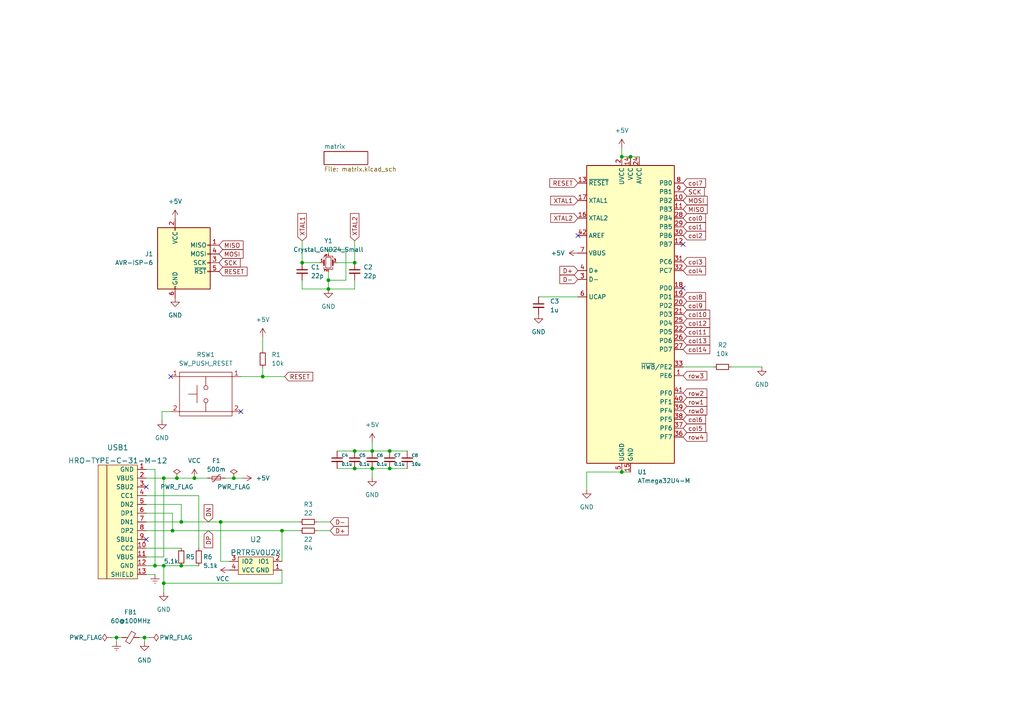
<source format=kicad_sch>
(kicad_sch (version 20211123) (generator eeschema)
  (paper "A4")
  (lib_symbols
    (symbol "Connector:AVR-ISP-6" (pin_names (offset 1.016))
      (property "Reference" "J" (at -6.35 11.43 0))
      (property "Value" "AVR-ISP-6" (at 0 11.43 0))
      (symbol "AVR-ISP-6_0_1"
        (rectangle (start -2.667 -6.858) (end -2.413 -7.62))
        (rectangle (start -2.667 10.16) (end -2.413 9.398))
        (rectangle (start 7.62 -2.413) (end 6.858 -2.667))
        (rectangle (start 7.62 0.127) (end 6.858 -0.127))
        (rectangle (start 7.62 2.667) (end 6.858 2.413))
        (rectangle (start 7.62 5.207) (end 6.858 4.953))
        (rectangle (start 7.62 10.16) (end -7.62 -7.62) (stroke (width 0.254)) (fill (type background)))
      )
      (symbol "AVR-ISP-6_1_1"
        (pin passive line (at 10.16 5.08 180) (length 2.54) (name "MISO") (number "1"))
        (pin passive line (at -2.54 12.7 270) (length 2.54) (name "VCC") (number "2"))
        (pin passive line (at 10.16 0 180) (length 2.54) (name "SCK") (number "3"))
        (pin passive line (at 10.16 2.54 180) (length 2.54) (name "MOSI") (number "4"))
        (pin passive line (at 10.16 -2.54 180) (length 2.54) (name "~{RST}") (number "5"))
        (pin passive line (at -2.54 -10.16 90) (length 2.54) (name "GND") (number "6"))
      )
    )
    (symbol "Device:C_Small" (pin_numbers hide) (pin_names (offset 0.254) hide)
      (property "Reference" "C" (at 0.254 1.778 0))
      (property "Value" "C_Small" (at 0.254 -2.032 0))
      (symbol "C_Small_0_1"
        (polyline (pts (xy -1.524 -0.508) (xy 1.524 -0.508)) (stroke (width 0.3302)))
        (polyline (pts (xy -1.524 0.508) (xy 1.524 0.508)) (stroke (width 0.3048)))
      )
      (symbol "C_Small_1_1"
        (pin passive line (at 0 2.54 270) (length 2.032) (name "~") (number "1"))
        (pin passive line (at 0 -2.54 90) (length 2.032) (name "~") (number "2"))
      )
    )
    (symbol "Device:Crystal_GND24_Small" (pin_names (offset 1.016) hide)
      (property "Reference" "Y" (at 1.27 4.445 0))
      (property "Value" "Crystal_GND24_Small" (at 1.27 2.54 0))
      (symbol "Crystal_GND24_Small_0_1"
        (rectangle (start -0.762 -1.524) (end 0.762 1.524))
        (polyline (pts (xy -1.27 -0.762) (xy -1.27 0.762)) (stroke (width 0.381)))
        (polyline (pts (xy 1.27 -0.762) (xy 1.27 0.762)) (stroke (width 0.381)))
        (polyline (pts (xy -1.27 -1.27) (xy -1.27 -1.905) (xy 1.27 -1.905) (xy 1.27 -1.27)))
        (polyline (pts (xy -1.27 1.27) (xy -1.27 1.905) (xy 1.27 1.905) (xy 1.27 1.27)))
      )
      (symbol "Crystal_GND24_Small_1_1"
        (pin passive line (at -2.54 0 0) (length 1.27) (name "1") (number "1"))
        (pin passive line (at 0 -2.54 90) (length 0.635) (name "2") (number "2"))
        (pin passive line (at 2.54 0 180) (length 1.27) (name "3") (number "3"))
        (pin passive line (at 0 2.54 270) (length 0.635) (name "4") (number "4"))
      )
    )
    (symbol "Device:FerriteBead_Small" (pin_numbers hide) (pin_names (offset 0))
      (property "Reference" "FB" (at 1.905 1.27 0))
      (property "Value" "FerriteBead_Small" (at 1.905 -1.27 0))
      (symbol "FerriteBead_Small_0_1"
        (polyline (pts (xy 0 -1.27) (xy 0 -0.7874)))
        (polyline (pts (xy 0 0.889) (xy 0 1.2954)))
        (polyline (pts (xy -1.8288 0.2794) (xy -1.1176 1.4986) (xy 1.8288 -0.2032) (xy 1.1176 -1.4224) (xy -1.8288 0.2794)))
      )
      (symbol "FerriteBead_Small_1_1"
        (pin passive line (at 0 2.54 270) (length 1.27) (name "~") (number "1"))
        (pin passive line (at 0 -2.54 90) (length 1.27) (name "~") (number "2"))
      )
    )
    (symbol "Device:Polyfuse_Small" (pin_numbers hide) (pin_names (offset 0))
      (property "Reference" "F" (at -1.905 0 90))
      (property "Value" "Polyfuse_Small" (at 1.905 0 90))
      (symbol "Polyfuse_Small_0_1"
        (rectangle (start -0.508 1.27) (end 0.508 -1.27))
        (polyline (pts (xy 0 2.54) (xy 0 -2.54)))
        (polyline (pts (xy -1.016 1.27) (xy -1.016 0.762) (xy 1.016 -0.762) (xy 1.016 -1.27)))
      )
      (symbol "Polyfuse_Small_1_1"
        (pin passive line (at 0 2.54 270) (length 0.635) (name "~") (number "1"))
        (pin passive line (at 0 -2.54 90) (length 0.635) (name "~") (number "2"))
      )
    )
    (symbol "Device:R_Small" (pin_numbers hide) (pin_names (offset 0.254) hide)
      (property "Reference" "R" (at 0.762 0.508 0))
      (property "Value" "R_Small" (at 0.762 -1.016 0))
      (symbol "R_Small_0_1"
        (rectangle (start -0.762 1.778) (end 0.762 -1.778) (stroke (width 0.2032)))
      )
      (symbol "R_Small_1_1"
        (pin passive line (at 0 2.54 270) (length 0.762) (name "~") (number "1"))
        (pin passive line (at 0 -2.54 90) (length 0.762) (name "~") (number "2"))
      )
    )
    (symbol "MCU_Microchip_ATmega:ATmega32U4-M"
      (property "Reference" "U" (at -12.7 44.45 0))
      (property "Value" "ATmega32U4-M" (at 2.54 -44.45 0))
      (symbol "ATmega32U4-M_0_1"
        (rectangle (start -12.7 -43.18) (end 12.7 43.18) (stroke (width 0.254)) (fill (type background)))
      )
      (symbol "ATmega32U4-M_1_1"
        (pin bidirectional line (at 15.24 -17.78 180) (length 2.54) (name "PE6") (number "1"))
        (pin bidirectional line (at 15.24 33.02 180) (length 2.54) (name "PB2") (number "10"))
        (pin bidirectional line (at 15.24 30.48 180) (length 2.54) (name "PB3") (number "11"))
        (pin bidirectional line (at 15.24 20.32 180) (length 2.54) (name "PB7") (number "12"))
        (pin input line (at -15.24 38.1 0) (length 2.54) (name "~{RESET}") (number "13"))
        (pin power_in line (at 0 45.72 270) (length 2.54) (name "VCC") (number "14"))
        (pin power_in line (at 0 -45.72 90) (length 2.54) (name "GND") (number "15"))
        (pin output line (at -15.24 27.94 0) (length 2.54) (name "XTAL2") (number "16"))
        (pin input line (at -15.24 33.02 0) (length 2.54) (name "XTAL1") (number "17"))
        (pin bidirectional line (at 15.24 7.62 180) (length 2.54) (name "PD0") (number "18"))
        (pin bidirectional line (at 15.24 5.08 180) (length 2.54) (name "PD1") (number "19"))
        (pin power_in line (at -2.54 45.72 270) (length 2.54) (name "UVCC") (number "2"))
        (pin bidirectional line (at 15.24 2.54 180) (length 2.54) (name "PD2") (number "20"))
        (pin bidirectional line (at 15.24 0 180) (length 2.54) (name "PD3") (number "21"))
        (pin bidirectional line (at 15.24 -5.08 180) (length 2.54) (name "PD5") (number "22"))
        (pin passive line (at 0 -45.72 90) (length 2.54) hide (name "GND") (number "23"))
        (pin power_in line (at 2.54 45.72 270) (length 2.54) (name "AVCC") (number "24"))
        (pin bidirectional line (at 15.24 -2.54 180) (length 2.54) (name "PD4") (number "25"))
        (pin bidirectional line (at 15.24 -7.62 180) (length 2.54) (name "PD6") (number "26"))
        (pin bidirectional line (at 15.24 -10.16 180) (length 2.54) (name "PD7") (number "27"))
        (pin bidirectional line (at 15.24 27.94 180) (length 2.54) (name "PB4") (number "28"))
        (pin bidirectional line (at 15.24 25.4 180) (length 2.54) (name "PB5") (number "29"))
        (pin bidirectional line (at -15.24 10.16 0) (length 2.54) (name "D-") (number "3"))
        (pin bidirectional line (at 15.24 22.86 180) (length 2.54) (name "PB6") (number "30"))
        (pin bidirectional line (at 15.24 15.24 180) (length 2.54) (name "PC6") (number "31"))
        (pin bidirectional line (at 15.24 12.7 180) (length 2.54) (name "PC7") (number "32"))
        (pin bidirectional line (at 15.24 -15.24 180) (length 2.54) (name "~{HWB}/PE2") (number "33"))
        (pin passive line (at 0 45.72 270) (length 2.54) hide (name "VCC") (number "34"))
        (pin passive line (at 0 -45.72 90) (length 2.54) hide (name "GND") (number "35"))
        (pin bidirectional line (at 15.24 -35.56 180) (length 2.54) (name "PF7") (number "36"))
        (pin bidirectional line (at 15.24 -33.02 180) (length 2.54) (name "PF6") (number "37"))
        (pin bidirectional line (at 15.24 -30.48 180) (length 2.54) (name "PF5") (number "38"))
        (pin bidirectional line (at 15.24 -27.94 180) (length 2.54) (name "PF4") (number "39"))
        (pin bidirectional line (at -15.24 12.7 0) (length 2.54) (name "D+") (number "4"))
        (pin bidirectional line (at 15.24 -25.4 180) (length 2.54) (name "PF1") (number "40"))
        (pin bidirectional line (at 15.24 -22.86 180) (length 2.54) (name "PF0") (number "41"))
        (pin passive line (at -15.24 22.86 0) (length 2.54) (name "AREF") (number "42"))
        (pin passive line (at 0 -45.72 90) (length 2.54) hide (name "GND") (number "43"))
        (pin passive line (at 2.54 45.72 270) (length 2.54) hide (name "AVCC") (number "44"))
        (pin passive line (at 0 -45.72 90) (length 2.54) hide (name "GND") (number "45"))
        (pin passive line (at -2.54 -45.72 90) (length 2.54) (name "UGND") (number "5"))
        (pin passive line (at -15.24 5.08 0) (length 2.54) (name "UCAP") (number "6"))
        (pin input line (at -15.24 17.78 0) (length 2.54) (name "VBUS") (number "7"))
        (pin bidirectional line (at 15.24 38.1 180) (length 2.54) (name "PB0") (number "8"))
        (pin bidirectional line (at 15.24 35.56 180) (length 2.54) (name "PB1") (number "9"))
      )
    )
    (symbol "SW_SK:SW_SKQG" (pin_names (offset 0.5))
      (property "Reference" "SW" (at 0 8.89 0))
      (property "Value" "SW_SKQG" (at 0 -8.89 0))
      (symbol "SW_SKQG_0_1"
        (polyline (pts (xy -2.54 -2.54) (xy -2.54 2.54)))
        (polyline (pts (xy -2.54 0) (xy -5.08 0)))
        (polyline (pts (xy 0 -5.08) (xy 0 -2.54)))
        (polyline (pts (xy 0 5.08) (xy 0 2.54)))
        (polyline (pts (xy 7.62 -5.08) (xy -7.62 -5.08)))
        (polyline (pts (xy 7.62 5.08) (xy -7.62 5.08)))
        (polyline (pts (xy 7.62 0) (xy 7.62 -6.35) (xy -7.62 -6.35) (xy -7.62 6.35) (xy 7.62 6.35) (xy 7.62 0)))
        (circle (center 0.0277 -1.9018) (radius 0.5834))
        (circle (center 0.0277 1.8658) (radius 0.5834))
      )
      (symbol "SW_SKQG_1_1"
        (pin passive line (at -10.16 5.08 0) (length 2.54) (name "") (number "1"))
        (pin passive line (at 10.16 5.08 180) (length 2.54) (name "") (number "1"))
        (pin passive line (at -10.16 -5.08 0) (length 2.54) (name "") (number "2"))
        (pin passive line (at 10.16 -5.08 180) (length 2.54) (name "") (number "2"))
      )
    )
    (symbol "Type-C:HRO-TYPE-C-31-M-12" (pin_names (offset 1.016))
      (property "Reference" "USB" (at -5.08 16.51 0))
      (property "Value" "HRO-TYPE-C-31-M-12" (at -10.16 -1.27 90))
      (symbol "HRO-TYPE-C-31-M-12_0_1"
        (rectangle (start -11.43 15.24) (end -8.89 -17.78) (fill (type background)))
        (rectangle (start 0 -17.78) (end -8.89 15.24) (fill (type background)))
      )
      (symbol "HRO-TYPE-C-31-M-12_1_1"
        (pin input line (at 2.54 13.97 180) (length 2.54) (name "GND") (number "1"))
        (pin input line (at 2.54 -8.89 180) (length 2.54) (name "CC2") (number "10"))
        (pin input line (at 2.54 -11.43 180) (length 2.54) (name "VBUS") (number "11"))
        (pin input line (at 2.54 -13.97 180) (length 2.54) (name "GND") (number "12"))
        (pin input line (at 2.54 -16.51 180) (length 2.54) (name "SHIELD") (number "13"))
        (pin input line (at 2.54 11.43 180) (length 2.54) (name "VBUS") (number "2"))
        (pin input line (at 2.54 8.89 180) (length 2.54) (name "SBU2") (number "3"))
        (pin input line (at 2.54 6.35 180) (length 2.54) (name "CC1") (number "4"))
        (pin input line (at 2.54 3.81 180) (length 2.54) (name "DN2") (number "5"))
        (pin input line (at 2.54 1.27 180) (length 2.54) (name "DP1") (number "6"))
        (pin input line (at 2.54 -1.27 180) (length 2.54) (name "DN1") (number "7"))
        (pin input line (at 2.54 -3.81 180) (length 2.54) (name "DP2") (number "8"))
        (pin input line (at 2.54 -6.35 180) (length 2.54) (name "SBU1") (number "9"))
      )
    )
    (symbol "power:+5V" (power) (pin_names (offset 0))
      (property "Value" "+5V" (at 0 3.556 0))
      (symbol "+5V_0_1"
        (polyline (pts (xy -0.762 1.27) (xy 0 2.54)))
        (polyline (pts (xy 0 0) (xy 0 2.54)))
        (polyline (pts (xy 0 2.54) (xy 0.762 1.27)))
      )
      (symbol "+5V_1_1"
        (pin power_in line (at 0 0 90) (length 0) hide (name "+5V") (number "1"))
      )
    )
    (symbol "power:Earth" (power) (pin_names (offset 0))
      (symbol "Earth_0_1"
        (polyline (pts (xy -0.635 -1.905) (xy 0.635 -1.905)))
        (polyline (pts (xy -0.127 -2.54) (xy 0.127 -2.54)))
        (polyline (pts (xy 0 -1.27) (xy 0 0)))
        (polyline (pts (xy 1.27 -1.27) (xy -1.27 -1.27)))
      )
      (symbol "Earth_1_1"
        (pin power_in line (at 0 0 270) (length 0) hide (name "Earth") (number "1"))
      )
    )
    (symbol "power:GND" (power) (pin_names (offset 0))
      (property "Value" "GND" (at 0 -3.81 0))
      (symbol "GND_0_1"
        (polyline (pts (xy 0 0) (xy 0 -1.27) (xy 1.27 -1.27) (xy 0 -2.54) (xy -1.27 -1.27) (xy 0 -1.27)))
      )
      (symbol "GND_1_1"
        (pin power_in line (at 0 0 270) (length 0) hide (name "GND") (number "1"))
      )
    )
    (symbol "power:PWR_FLAG" (power) (pin_numbers hide) (pin_names (offset 0) hide)
      (property "Value" "PWR_FLAG" (at 0 3.81 0))
      (symbol "PWR_FLAG_0_0"
        (pin power_out line (at 0 0 90) (length 0) (name "pwr") (number "1"))
      )
      (symbol "PWR_FLAG_0_1"
        (polyline (pts (xy 0 0) (xy 0 1.27) (xy -1.016 1.905) (xy 0 2.54) (xy 1.016 1.905) (xy 0 1.27)))
      )
    )
    (symbol "power:VCC" (power) (pin_names (offset 0))
      (property "Value" "VCC" (at 0 3.81 0))
      (symbol "VCC_0_1"
        (polyline (pts (xy -0.762 1.27) (xy 0 2.54)))
        (polyline (pts (xy 0 0) (xy 0 2.54)))
        (polyline (pts (xy 0 2.54) (xy 0.762 1.27)))
      )
      (symbol "VCC_1_1"
        (pin power_in line (at 0 0 90) (length 0) hide (name "VCC") (number "1"))
      )
    )
    (symbol "random-keyboard-parts:PRTR5V0U2X" (pin_names (offset 1.016))
      (property "Reference" "U" (at 0 3.81 0))
      (property "Value" "PRTR5V0U2X" (at 0 -3.81 0))
      (symbol "PRTR5V0U2X_0_1"
        (rectangle (start -5.08 2.54) (end 5.08 -2.54) (fill (type background)))
      )
      (symbol "PRTR5V0U2X_1_1"
        (pin input line (at -7.62 1.27 0) (length 2.54) (name "GND") (number "1"))
        (pin input line (at -7.62 -1.27 0) (length 2.54) (name "IO1") (number "2"))
        (pin input line (at 7.62 -1.27 180) (length 2.54) (name "IO2") (number "3"))
        (pin input line (at 7.62 1.27 180) (length 2.54) (name "VCC") (number "4"))
      )
    )
  )
  (junction (at 102.87 135.89))
  (junction (at 47.498 164.084))
  (junction (at 44.958 164.084))
  (junction (at 113.03 135.89))
  (junction (at 87.63 76.2))
  (junction (at 107.95 130.81))
  (junction (at 50.038 153.924))
  (junction (at 182.88 45.466))
  (junction (at 95.25 81.28))
  (junction (at 95.25 83.82))
  (junction (at 52.578 151.384))
  (junction (at 76.2 109.22))
  (junction (at 47.498 138.684))
  (junction (at 113.03 130.81))
  (junction (at 102.87 130.81))
  (junction (at 47.498 169.164))
  (junction (at 33.782 184.912))
  (junction (at 180.34 45.466))
  (junction (at 41.91 184.912))
  (junction (at 52.578 164.084))
  (junction (at 107.95 135.89))
  (junction (at 64.008 151.384))
  (junction (at 51.308 138.684))
  (junction (at 81.788 153.924))
  (junction (at 56.388 138.684))
  (junction (at 67.818 138.684))
  (junction (at 102.87 76.2))
  (junction (at 180.34 136.906))
  (no_connect (at 42.418 141.224))
  (no_connect (at 49.53 109.22))
  (no_connect (at 198.12 83.566))
  (no_connect (at 198.12 70.866))
  (no_connect (at 42.418 156.464))
  (no_connect (at 69.85 119.38))
  (no_connect (at 167.64 68.326))
  (wire (pts (xy 81.788 153.924) (xy 86.868 153.924)))
  (wire (pts (xy 212.09 106.426) (xy 220.98 106.426)))
  (wire (pts (xy 47.498 164.084) (xy 52.578 164.084)))
  (wire (pts (xy 91.948 151.384) (xy 95.758 151.384)))
  (wire (pts (xy 170.18 136.906) (xy 170.18 141.986)))
  (wire (pts (xy 113.03 130.81) (xy 118.11 130.81)))
  (wire (pts (xy 170.18 136.906) (xy 180.34 136.906)))
  (wire (pts (xy 81.788 153.924) (xy 81.788 162.814)))
  (wire (pts (xy 44.958 164.084) (xy 47.498 164.084)))
  (wire (pts (xy 50.038 148.844) (xy 50.038 153.924)))
  (wire (pts (xy 65.278 138.684) (xy 67.818 138.684)))
  (wire (pts (xy 42.418 138.684) (xy 47.498 138.684)))
  (wire (pts (xy 47.498 169.164) (xy 47.498 171.704)))
  (wire (pts (xy 42.418 161.544) (xy 47.498 161.544)))
  (wire (pts (xy 81.788 169.164) (xy 47.498 169.164)))
  (wire (pts (xy 52.578 164.084) (xy 57.658 164.084)))
  (wire (pts (xy 41.91 184.912) (xy 43.434 184.912)))
  (wire (pts (xy 47.498 138.684) (xy 51.308 138.684)))
  (wire (pts (xy 102.87 83.82) (xy 95.25 83.82)))
  (wire (pts (xy 33.782 184.912) (xy 33.782 186.182)))
  (wire (pts (xy 42.418 136.144) (xy 44.958 136.144)))
  (wire (pts (xy 102.87 130.81) (xy 107.95 130.81)))
  (wire (pts (xy 107.95 135.89) (xy 107.95 138.43)))
  (wire (pts (xy 107.95 130.81) (xy 113.03 130.81)))
  (wire (pts (xy 102.87 135.89) (xy 107.95 135.89)))
  (wire (pts (xy 180.34 45.466) (xy 180.34 42.926)))
  (wire (pts (xy 47.498 161.544) (xy 47.498 138.684)))
  (wire (pts (xy 95.25 78.74) (xy 95.25 81.28)))
  (wire (pts (xy 44.958 136.144) (xy 44.958 164.084)))
  (wire (pts (xy 52.578 151.384) (xy 64.008 151.384)))
  (wire (pts (xy 87.63 83.82) (xy 95.25 83.82)))
  (wire (pts (xy 102.87 69.85) (xy 102.87 76.2)))
  (wire (pts (xy 97.79 130.81) (xy 102.87 130.81)))
  (wire (pts (xy 44.958 166.624) (xy 42.418 166.624)))
  (wire (pts (xy 76.2 97.79) (xy 76.2 101.6)))
  (wire (pts (xy 64.008 151.384) (xy 86.868 151.384)))
  (wire (pts (xy 87.63 69.85) (xy 87.63 76.2)))
  (wire (pts (xy 57.658 159.004) (xy 57.658 143.764)))
  (wire (pts (xy 100.33 72.39) (xy 100.33 81.28)))
  (wire (pts (xy 69.85 109.22) (xy 76.2 109.22)))
  (wire (pts (xy 47.498 164.084) (xy 47.498 169.164)))
  (wire (pts (xy 107.95 135.89) (xy 113.03 135.89)))
  (wire (pts (xy 91.948 153.924) (xy 95.758 153.924)))
  (wire (pts (xy 33.782 184.912) (xy 35.306 184.912)))
  (wire (pts (xy 50.038 153.924) (xy 81.788 153.924)))
  (wire (pts (xy 42.418 148.844) (xy 50.038 148.844)))
  (wire (pts (xy 46.99 119.38) (xy 46.99 121.92)))
  (wire (pts (xy 87.63 81.28) (xy 87.63 83.82)))
  (wire (pts (xy 57.658 143.764) (xy 42.418 143.764)))
  (wire (pts (xy 42.418 159.004) (xy 52.578 159.004)))
  (wire (pts (xy 76.2 106.68) (xy 76.2 109.22)))
  (wire (pts (xy 51.308 138.684) (xy 56.388 138.684)))
  (wire (pts (xy 56.388 138.684) (xy 60.198 138.684)))
  (wire (pts (xy 100.33 81.28) (xy 95.25 81.28)))
  (wire (pts (xy 42.418 146.304) (xy 52.578 146.304)))
  (wire (pts (xy 113.03 135.89) (xy 118.11 135.89)))
  (wire (pts (xy 76.2 109.22) (xy 82.55 109.22)))
  (wire (pts (xy 180.34 136.906) (xy 182.88 136.906)))
  (wire (pts (xy 95.25 73.66) (xy 95.25 72.39)))
  (wire (pts (xy 180.34 45.466) (xy 182.88 45.466)))
  (wire (pts (xy 167.64 86.106) (xy 156.21 86.106)))
  (wire (pts (xy 64.008 162.814) (xy 64.008 151.384)))
  (wire (pts (xy 95.25 72.39) (xy 100.33 72.39)))
  (wire (pts (xy 102.87 76.2) (xy 97.79 76.2)))
  (wire (pts (xy 95.25 81.28) (xy 95.25 83.82)))
  (wire (pts (xy 42.418 164.084) (xy 44.958 164.084)))
  (wire (pts (xy 107.95 128.27) (xy 107.95 130.81)))
  (wire (pts (xy 52.578 146.304) (xy 52.578 151.384)))
  (wire (pts (xy 49.53 119.38) (xy 46.99 119.38)))
  (wire (pts (xy 32.258 184.912) (xy 33.782 184.912)))
  (wire (pts (xy 81.788 165.354) (xy 81.788 169.164)))
  (wire (pts (xy 198.12 106.426) (xy 207.01 106.426)))
  (wire (pts (xy 182.88 45.466) (xy 185.42 45.466)))
  (wire (pts (xy 40.386 184.912) (xy 41.91 184.912)))
  (wire (pts (xy 97.79 135.89) (xy 102.87 135.89)))
  (wire (pts (xy 66.548 162.814) (xy 64.008 162.814)))
  (wire (pts (xy 41.91 184.912) (xy 41.91 186.182)))
  (wire (pts (xy 42.418 151.384) (xy 52.578 151.384)))
  (wire (pts (xy 102.87 81.28) (xy 102.87 83.82)))
  (wire (pts (xy 87.63 76.2) (xy 92.71 76.2)))
  (wire (pts (xy 42.418 153.924) (xy 50.038 153.924)))
  (wire (pts (xy 67.818 138.684) (xy 70.358 138.684)))
  (global_label "col8" (shape input) (at 198.12 86.106 0) (property "Intersheet References" "${INTERSHEET_REFS}" (effects hide)))
  (global_label "row0" (shape input) (at 198.12 119.126 0) (property "Intersheet References" "${INTERSHEET_REFS}" (effects hide)))
  (global_label "DN" (shape input) (at 60.452 151.384 90) (property "Intersheet References" "${INTERSHEET_REFS}" (effects hide)))
  (global_label "XTAL2" (shape input) (at 167.64 63.246 180) (property "Intersheet References" "${INTERSHEET_REFS}" (effects hide)))
  (global_label "RESET" (shape input) (at 63.5 78.74 0) (property "Intersheet References" "${INTERSHEET_REFS}" (effects hide)))
  (global_label "col14" (shape input) (at 198.12 101.346 0) (property "Intersheet References" "${INTERSHEET_REFS}" (effects hide)))
  (global_label "col3" (shape input) (at 198.12 75.946 0) (property "Intersheet References" "${INTERSHEET_REFS}" (effects hide)))
  (global_label "row1" (shape input) (at 198.12 116.586 0) (property "Intersheet References" "${INTERSHEET_REFS}" (effects hide)))
  (global_label "row2" (shape input) (at 198.12 114.046 0) (property "Intersheet References" "${INTERSHEET_REFS}" (effects hide)))
  (global_label "XTAL2" (shape input) (at 102.87 69.85 90) (property "Intersheet References" "${INTERSHEET_REFS}" (effects hide)))
  (global_label "MISO" (shape input) (at 63.5 71.12 0) (property "Intersheet References" "${INTERSHEET_REFS}" (effects hide)))
  (global_label "MISO" (shape input) (at 198.12 60.706 0) (property "Intersheet References" "${INTERSHEET_REFS}" (effects hide)))
  (global_label "RESET" (shape input) (at 82.55 109.22 0) (property "Intersheet References" "${INTERSHEET_REFS}" (effects hide)))
  (global_label "col10" (shape input) (at 198.12 91.186 0) (property "Intersheet References" "${INTERSHEET_REFS}" (effects hide)))
  (global_label "SCK" (shape input) (at 63.5 76.2 0) (property "Intersheet References" "${INTERSHEET_REFS}" (effects hide)))
  (global_label "col6" (shape input) (at 198.12 121.666 0) (property "Intersheet References" "${INTERSHEET_REFS}" (effects hide)))
  (global_label "col4" (shape input) (at 198.12 78.486 0) (property "Intersheet References" "${INTERSHEET_REFS}" (effects hide)))
  (global_label "RESET" (shape input) (at 167.64 53.086 180) (property "Intersheet References" "${INTERSHEET_REFS}" (effects hide)))
  (global_label "MOSI" (shape input) (at 198.12 58.166 0) (property "Intersheet References" "${INTERSHEET_REFS}" (effects hide)))
  (global_label "col2" (shape input) (at 198.12 68.326 0) (property "Intersheet References" "${INTERSHEET_REFS}" (effects hide)))
  (global_label "D-" (shape input) (at 95.758 151.384 0) (property "Intersheet References" "${INTERSHEET_REFS}" (effects hide)))
  (global_label "MOSI" (shape input) (at 63.5 73.66 0) (property "Intersheet References" "${INTERSHEET_REFS}" (effects hide)))
  (global_label "SCK" (shape input) (at 198.12 55.626 0) (property "Intersheet References" "${INTERSHEET_REFS}" (effects hide)))
  (global_label "col13" (shape input) (at 198.12 98.806 0) (property "Intersheet References" "${INTERSHEET_REFS}" (effects hide)))
  (global_label "row3" (shape input) (at 198.12 108.966 0) (property "Intersheet References" "${INTERSHEET_REFS}" (effects hide)))
  (global_label "col7" (shape input) (at 198.12 53.086 0) (property "Intersheet References" "${INTERSHEET_REFS}" (effects hide)))
  (global_label "row4" (shape input) (at 198.12 126.746 0) (property "Intersheet References" "${INTERSHEET_REFS}" (effects hide)))
  (global_label "col12" (shape input) (at 198.12 93.726 0) (property "Intersheet References" "${INTERSHEET_REFS}" (effects hide)))
  (global_label "D-" (shape input) (at 167.64 81.026 180) (property "Intersheet References" "${INTERSHEET_REFS}" (effects hide)))
  (global_label "col0" (shape input) (at 198.12 63.246 0) (property "Intersheet References" "${INTERSHEET_REFS}" (effects hide)))
  (global_label "col9" (shape input) (at 198.12 88.646 0) (property "Intersheet References" "${INTERSHEET_REFS}" (effects hide)))
  (global_label "DP" (shape input) (at 60.452 153.924 270) (property "Intersheet References" "${INTERSHEET_REFS}" (effects hide)))
  (global_label "XTAL1" (shape input) (at 87.63 69.85 90) (property "Intersheet References" "${INTERSHEET_REFS}" (effects hide)))
  (global_label "D+" (shape input) (at 95.758 153.924 0) (property "Intersheet References" "${INTERSHEET_REFS}" (effects hide)))
  (global_label "col11" (shape input) (at 198.12 96.266 0) (property "Intersheet References" "${INTERSHEET_REFS}" (effects hide)))
  (global_label "col5" (shape input) (at 198.12 124.206 0) (property "Intersheet References" "${INTERSHEET_REFS}" (effects hide)))
  (global_label "col1" (shape input) (at 198.12 65.786 0) (property "Intersheet References" "${INTERSHEET_REFS}" (effects hide)))
  (global_label "XTAL1" (shape input) (at 167.64 58.166 180) (property "Intersheet References" "${INTERSHEET_REFS}" (effects hide)))
  (global_label "D+" (shape input) (at 167.64 78.486 180) (property "Intersheet References" "${INTERSHEET_REFS}" (effects hide)))
  (symbol (lib_id "random-keyboard-parts:PRTR5V0U2X") (at 74.168 164.084 180) (unit 1)
    (property "Reference" "U2" (at 74.168 156.464 0) (effects (font (size 1.524 1.524))))
    (property "Value" "PRTR5V0U2X" (at 74.168 160.274 0) (effects (font (size 1.524 1.524))))
    (property "Footprint" "random-keyboard-parts:SOT143B" (effects hide))
  )
  (symbol (lib_id "SW_SK:SW_SKQG") (at 59.69 114.3 0) (unit 1)
    (property "Reference" "RSW1" (at 59.69 102.87 0))
    (property "Value" "SW_PUSH_RESET" (at 59.69 105.41 0))
    (property "Footprint" "Button_Switch_SMD:SW_SPST_SKQG_WithStem" (effects hide))
  )
  (symbol (lib_id "power:GND") (at 95.25 83.82 0) (unit 1)
    (property "Reference" "#PWR03" (effects hide))
    (property "Value" "GND" (at 95.25 88.9 0))
  )
  (symbol (lib_id "power:VCC") (at 66.548 165.354 90) (unit 1)
    (property "Reference" "#PWR015" (effects hide))
    (property "Value" "VCC" (at 66.548 167.894 90) (effects (justify left)))
  )
  (symbol (lib_id "power:GND") (at 41.91 186.182 0) (unit 1)
    (property "Reference" "#PWR0101" (effects hide))
    (property "Value" "GND" (at 41.91 191.516 0))
  )
  (symbol (lib_id "power:PWR_FLAG") (at 32.258 184.912 90) (unit 1)
    (property "Reference" "#FLG0102" (effects hide))
    (property "Value" "PWR_FLAG" (at 24.892 184.912 90))
  )
  (symbol (lib_id "MCU_Microchip_ATmega:ATmega32U4-M") (at 182.88 91.186 0) (unit 1)
    (property "Reference" "U1" (at 184.8994 136.906 0) (effects (justify left)))
    (property "Value" "ATmega32U4-M" (at 184.8994 139.446 0) (effects (justify left)))
    (property "Footprint" "Package_DFN_QFN:QFN-44-1EP_7x7mm_P0.5mm_EP5.2x5.2mm" (effects hide))
    (property "Datasheet" "http://ww1.microchip.com/downloads/en/DeviceDoc/Atmel-7766-8-bit-AVR-ATmega16U4-32U4_Datasheet.pdf" (effects hide))
  )
  (symbol (lib_id "Device:C_Small") (at 97.79 133.35 0) (unit 1)
    (property "Reference" "C4" (at 99.06 132.08 0) (effects (font (size 0.9 0.9)) (justify left)))
    (property "Value" "0.1u" (at 99.06 134.62 0) (effects (font (size 0.9 0.9)) (justify left)))
    (property "Footprint" "Capacitor_SMD:C_0805_2012Metric_Pad1.18x1.45mm_HandSolder" (effects hide))
  )
  (symbol (lib_id "Device:R_Small") (at 89.408 153.924 90) (unit 1)
    (property "Reference" "R4" (at 89.408 159.004 90))
    (property "Value" "22" (at 89.408 156.464 90))
    (property "Footprint" "Resistor_SMD:R_0805_2012Metric_Pad1.20x1.40mm_HandSolder" (effects hide))
  )
  (symbol (lib_id "Connector:AVR-ISP-6") (at 53.34 76.2 0) (unit 1)
    (property "Reference" "J1" (at 44.45 73.6599 0) (effects (justify right)))
    (property "Value" "AVR-ISP-6" (at 44.45 76.1999 0) (effects (justify right)))
    (property "Footprint" "random-keyboard-parts:Reset_Pretty-Mask" (effects hide))
    (property "Datasheet" " ~" (effects hide))
  )
  (symbol (lib_id "Device:R_Small") (at 76.2 104.14 0) (unit 1)
    (property "Reference" "R1" (at 78.74 102.8699 0) (effects (justify left)))
    (property "Value" "10k" (at 78.74 105.4099 0) (effects (justify left)))
    (property "Footprint" "Resistor_SMD:R_0805_2012Metric_Pad1.20x1.40mm_HandSolder" (effects hide))
  )
  (symbol (lib_id "Type-C:HRO-TYPE-C-31-M-12") (at 39.878 150.114 0) (unit 1)
    (property "Reference" "USB1" (at 34.163 129.794 0) (effects (font (size 1.524 1.524))))
    (property "Value" "HRO-TYPE-C-31-M-12" (at 34.163 133.604 0) (effects (font (size 1.524 1.524))))
    (property "Footprint" "Type-C:HRO-TYPE-C-31-M-12-HandSoldering" (effects hide))
  )
  (symbol (lib_id "power:GND") (at 50.8 86.36 0) (unit 1)
    (property "Reference" "#PWR04" (effects hide))
    (property "Value" "GND" (at 50.8 91.44 0))
  )
  (symbol (lib_id "power:+5V") (at 180.34 42.926 0) (unit 1)
    (property "Reference" "#PWR0104" (effects hide))
    (property "Value" "+5V" (at 180.34 37.846 0))
  )
  (symbol (lib_id "Device:C_Small") (at 156.21 88.646 0) (unit 1)
    (property "Reference" "C3" (at 159.512 87.3822 0) (effects (justify left)))
    (property "Value" "1u" (at 159.512 89.9222 0) (effects (justify left)))
    (property "Footprint" "Capacitor_SMD:C_0805_2012Metric_Pad1.18x1.45mm_HandSolder" (effects hide))
  )
  (symbol (lib_id "Device:C_Small") (at 102.87 133.35 0) (unit 1)
    (property "Reference" "C5" (at 104.14 132.08 0) (effects (font (size 0.9 0.9)) (justify left)))
    (property "Value" "0.1u" (at 104.14 134.62 0) (effects (font (size 0.9 0.9)) (justify left)))
    (property "Footprint" "Capacitor_SMD:C_0805_2012Metric_Pad1.18x1.45mm_HandSolder" (effects hide))
  )
  (symbol (lib_id "power:GND") (at 47.498 171.704 0) (unit 1)
    (property "Reference" "#PWR016" (effects hide))
    (property "Value" "GND" (at 47.498 176.784 0))
  )
  (symbol (lib_id "Device:FerriteBead_Small") (at 37.846 184.912 270) (unit 1)
    (property "Reference" "FB1" (at 37.8841 177.546 90))
    (property "Value" "60@100MHz" (at 37.8841 180.086 90))
    (property "Footprint" "Inductor_SMD:L_0805_2012Metric_Pad1.15x1.40mm_HandSolder" (effects hide))
  )
  (symbol (lib_id "power:GND") (at 156.21 91.186 0) (unit 1)
    (property "Reference" "#PWR0108" (effects hide))
    (property "Value" "GND" (at 156.21 96.266 0))
  )
  (symbol (lib_id "power:PWR_FLAG") (at 43.434 184.912 270) (unit 1)
    (property "Reference" "#FLG0101" (effects hide))
    (property "Value" "PWR_FLAG" (at 46.228 184.912 90) (effects (justify left)))
  )
  (symbol (lib_id "Device:R_Small") (at 57.658 161.544 0) (unit 1)
    (property "Reference" "R6" (at 58.928 161.544 0) (effects (justify left)))
    (property "Value" "5.1k" (at 58.928 164.084 0) (effects (justify left)))
    (property "Footprint" "Resistor_SMD:R_0805_2012Metric_Pad1.20x1.40mm_HandSolder" (effects hide))
  )
  (symbol (lib_id "power:+5V") (at 76.2 97.79 0) (unit 1)
    (property "Reference" "#PWR06" (effects hide))
    (property "Value" "+5V" (at 76.2 92.71 0))
  )
  (symbol (lib_id "Device:C_Small") (at 118.11 133.35 0) (unit 1)
    (property "Reference" "C8" (at 119.38 132.08 0) (effects (font (size 0.9 0.9)) (justify left)))
    (property "Value" "10u" (at 119.38 134.62 0) (effects (font (size 0.9 0.9)) (justify left)))
    (property "Footprint" "Capacitor_SMD:C_0805_2012Metric_Pad1.18x1.45mm_HandSolder" (effects hide))
  )
  (symbol (lib_id "power:GND") (at 220.98 106.426 0) (unit 1)
    (property "Reference" "#PWR0105" (effects hide))
    (property "Value" "GND" (at 220.98 111.506 0))
  )
  (symbol (lib_id "power:+5V") (at 107.95 128.27 0) (unit 1)
    (property "Reference" "#PWR010" (effects hide))
    (property "Value" "+5V" (at 107.95 123.19 0))
  )
  (symbol (lib_id "Device:C_Small") (at 107.95 133.35 0) (unit 1)
    (property "Reference" "C6" (at 109.22 132.08 0) (effects (font (size 0.9 0.9)) (justify left)))
    (property "Value" "0.1u" (at 109.22 134.62 0) (effects (font (size 0.9 0.9)) (justify left)))
    (property "Footprint" "Capacitor_SMD:C_0805_2012Metric_Pad1.18x1.45mm_HandSolder" (effects hide))
  )
  (symbol (lib_id "power:GND") (at 107.95 138.43 0) (unit 1)
    (property "Reference" "#PWR011" (effects hide))
    (property "Value" "GND" (at 107.95 143.51 0))
  )
  (symbol (lib_id "Device:C_Small") (at 113.03 133.35 0) (unit 1)
    (property "Reference" "C7" (at 114.3 132.08 0) (effects (font (size 0.9 0.9)) (justify left)))
    (property "Value" "0.1u" (at 114.3 134.62 0) (effects (font (size 0.9 0.9)) (justify left)))
    (property "Footprint" "Capacitor_SMD:C_0805_2012Metric_Pad1.18x1.45mm_HandSolder" (effects hide))
  )
  (symbol (lib_id "power:PWR_FLAG") (at 67.818 138.684 0) (unit 1)
    (property "Reference" "#FLG02" (effects hide))
    (property "Value" "PWR_FLAG" (at 67.818 141.224 0))
  )
  (symbol (lib_id "power:+5V") (at 70.358 138.684 270) (unit 1)
    (property "Reference" "#PWR013" (effects hide))
    (property "Value" "+5V" (at 74.168 138.6839 90) (effects (justify left)))
  )
  (symbol (lib_id "Device:Polyfuse_Small") (at 62.738 138.684 90) (unit 1)
    (property "Reference" "F1" (at 62.738 133.604 90))
    (property "Value" "500m" (at 62.738 136.144 90))
    (property "Footprint" "Fuse:Fuse_1206_3216Metric_Pad1.42x1.75mm_HandSolder" (effects hide))
  )
  (symbol (lib_id "power:Earth") (at 44.958 166.624 0) (unit 1)
    (property "Reference" "#PWR0103" (effects hide))
    (property "Value" "Earth" (effects hide))
  )
  (symbol (lib_id "power:+5V") (at 50.8 63.5 0) (unit 1)
    (property "Reference" "#PWR02" (effects hide))
    (property "Value" "+5V" (at 50.8 58.42 0))
  )
  (symbol (lib_id "Device:R_Small") (at 209.55 106.426 90) (unit 1)
    (property "Reference" "R2" (at 209.55 100.076 90))
    (property "Value" "10k" (at 209.55 102.616 90))
    (property "Footprint" "Resistor_SMD:R_0805_2012Metric_Pad1.20x1.40mm_HandSolder" (effects hide))
  )
  (symbol (lib_id "Device:C_Small") (at 102.87 78.74 0) (unit 1)
    (property "Reference" "C2" (at 105.41 77.4762 0) (effects (justify left)))
    (property "Value" "22p" (at 105.41 80.0162 0) (effects (justify left)))
    (property "Footprint" "Capacitor_SMD:C_0805_2012Metric_Pad1.18x1.45mm_HandSolder" (effects hide))
  )
  (symbol (lib_id "power:GND") (at 170.18 141.986 0) (unit 1)
    (property "Reference" "#PWR0107" (effects hide))
    (property "Value" "GND" (at 170.18 147.066 0))
  )
  (symbol (lib_id "power:VCC") (at 56.388 138.684 0) (unit 1)
    (property "Reference" "#PWR012" (effects hide))
    (property "Value" "VCC" (at 56.388 133.604 0))
  )
  (symbol (lib_id "Device:R_Small") (at 52.578 161.544 0) (unit 1)
    (property "Reference" "R5" (at 53.848 161.544 0) (effects (justify left)))
    (property "Value" "5.1k" (at 47.498 162.814 0) (effects (justify left)))
    (property "Footprint" "Resistor_SMD:R_0805_2012Metric_Pad1.20x1.40mm_HandSolder" (effects hide))
  )
  (symbol (lib_id "Device:R_Small") (at 89.408 151.384 90) (unit 1)
    (property "Reference" "R3" (at 89.408 146.304 90))
    (property "Value" "22" (at 89.408 148.844 90))
    (property "Footprint" "Resistor_SMD:R_0805_2012Metric_Pad1.20x1.40mm_HandSolder" (effects hide))
  )
  (symbol (lib_id "power:Earth") (at 33.782 186.182 0) (mirror y) (unit 1)
    (property "Reference" "#PWR0102" (effects hide))
    (property "Value" "Earth" (effects hide))
  )
  (symbol (lib_id "power:PWR_FLAG") (at 51.308 138.684 0) (unit 1)
    (property "Reference" "#FLG01" (effects hide))
    (property "Value" "PWR_FLAG" (at 51.308 141.224 0))
  )
  (symbol (lib_id "Device:C_Small") (at 87.63 78.74 0) (unit 1)
    (property "Reference" "C1" (at 90.17 77.4762 0) (effects (justify left)))
    (property "Value" "22p" (at 90.17 80.0162 0) (effects (justify left)))
    (property "Footprint" "Capacitor_SMD:C_0805_2012Metric_Pad1.18x1.45mm_HandSolder" (effects hide))
  )
  (symbol (lib_id "power:GND") (at 46.99 121.92 0) (unit 1)
    (property "Reference" "#PWR09" (effects hide))
    (property "Value" "GND" (at 46.99 127 0))
  )
  (symbol (lib_id "power:+5V") (at 167.64 73.406 90) (unit 1)
    (property "Reference" "#PWR0106" (effects hide))
    (property "Value" "+5V" (at 163.83 73.4059 90) (effects (justify left)))
  )
  (symbol (lib_id "Device:Crystal_GND24_Small") (at 95.25 76.2 0) (unit 1)
    (property "Reference" "Y1" (at 95.25 69.85 0))
    (property "Value" "Crystal_GND24_Small" (at 95.25 72.39 0))
    (property "Footprint" "Crystal:Crystal_SMD_3225-4Pin_3.2x2.5mm_HandSoldering" (effects hide))
  )
  (sheet (at 93.98 43.942) (size 12.7 3.81) (stroke (width 0.1524))
    (property "Sheet name" "matrix" (at 93.98 43.2304 0) (effects (justify left bottom)))
    (property "Sheet file" "matrix.kicad_sch" (at 93.98 48.3366 0) (effects (justify left top)))
  )
)
</source>
